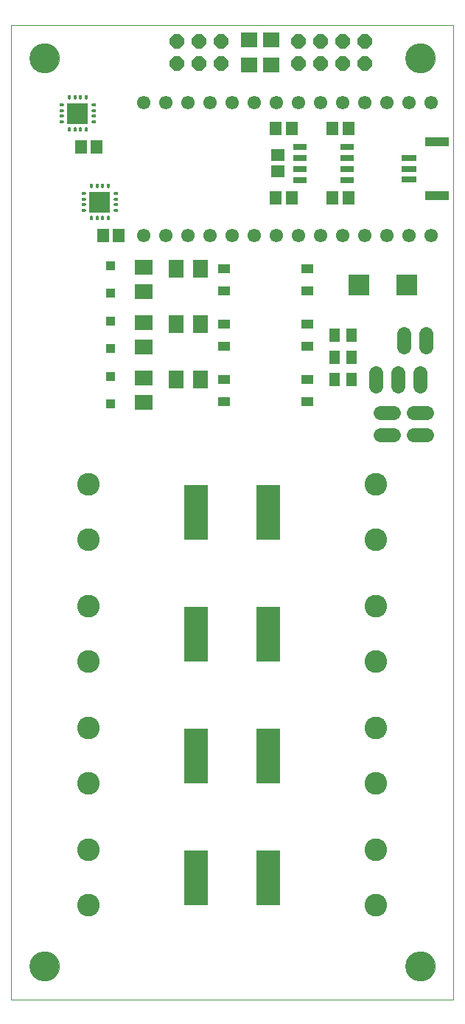
<source format=gts>
G75*
%MOIN*%
%OFA0B0*%
%FSLAX25Y25*%
%IPPOS*%
%LPD*%
%AMOC8*
5,1,8,0,0,1.08239X$1,22.5*
%
%ADD10C,0.00300*%
%ADD11R,0.05518X0.06306*%
%ADD12R,0.11030X0.24809*%
%ADD13C,0.01378*%
%ADD14R,0.01378X0.01476*%
%ADD15R,0.01476X0.01378*%
%ADD16R,0.09449X0.09449*%
%ADD17C,0.10243*%
%ADD18R,0.05518X0.03943*%
%ADD19R,0.04140X0.03943*%
%ADD20R,0.04731X0.05912*%
%ADD21R,0.08274X0.06699*%
%ADD22R,0.06699X0.08274*%
%ADD23R,0.09400X0.09400*%
%ADD24OC8,0.06400*%
%ADD25C,0.06400*%
%ADD26R,0.07498X0.06699*%
%ADD27C,0.06100*%
%ADD28C,0.00000*%
%ADD29C,0.13400*%
%ADD30R,0.06400X0.02800*%
%ADD31R,0.06306X0.05518*%
%ADD32R,0.07093X0.02762*%
%ADD33R,0.11030X0.04337*%
D10*
X0255000Y0285000D02*
X0455000Y0285000D01*
X0455000Y0725000D01*
X0255000Y0725000D01*
X0255000Y0285000D01*
D11*
X0296654Y0630000D03*
X0303346Y0630000D03*
X0293346Y0670000D03*
X0286654Y0670000D03*
X0374385Y0678125D03*
X0381865Y0678125D03*
X0400010Y0678125D03*
X0407490Y0678125D03*
X0407490Y0646875D03*
X0400010Y0646875D03*
X0381865Y0646875D03*
X0374385Y0646875D03*
D12*
X0371339Y0505000D03*
X0338661Y0505000D03*
X0338661Y0450000D03*
X0371339Y0450000D03*
X0371339Y0395000D03*
X0338661Y0395000D03*
X0338661Y0340000D03*
X0371339Y0340000D03*
D13*
X0298839Y0638307D03*
X0296280Y0638307D03*
X0293720Y0638307D03*
X0291161Y0638307D03*
X0288307Y0641161D03*
X0288307Y0643720D03*
X0288307Y0646280D03*
X0288307Y0648839D03*
X0291161Y0651693D03*
X0293720Y0651693D03*
X0296280Y0651693D03*
X0298839Y0651693D03*
X0301693Y0648839D03*
X0301693Y0646280D03*
X0301693Y0643720D03*
X0301693Y0641161D03*
X0288839Y0678307D03*
X0286280Y0678307D03*
X0283720Y0678307D03*
X0281161Y0678307D03*
X0278307Y0681161D03*
X0278307Y0683720D03*
X0278307Y0686280D03*
X0278307Y0688839D03*
X0281161Y0691693D03*
X0283720Y0691693D03*
X0286280Y0691693D03*
X0288839Y0691693D03*
X0291693Y0688839D03*
X0291693Y0686280D03*
X0291693Y0683720D03*
X0291693Y0681161D03*
D14*
X0288839Y0677569D03*
X0286280Y0677569D03*
X0283720Y0677569D03*
X0281161Y0677569D03*
X0281161Y0692431D03*
X0283720Y0692431D03*
X0286280Y0692431D03*
X0288839Y0692431D03*
X0291161Y0652431D03*
X0293720Y0652431D03*
X0296280Y0652431D03*
X0298839Y0652431D03*
X0298839Y0637569D03*
X0296280Y0637569D03*
X0293720Y0637569D03*
X0291161Y0637569D03*
D15*
X0287569Y0641161D03*
X0287569Y0643720D03*
X0287569Y0646280D03*
X0287569Y0648839D03*
X0302431Y0648839D03*
X0302431Y0646280D03*
X0302431Y0643720D03*
X0302431Y0641161D03*
X0292431Y0681161D03*
X0292431Y0683720D03*
X0292431Y0686280D03*
X0292431Y0688839D03*
X0277569Y0688839D03*
X0277569Y0686280D03*
X0277569Y0683720D03*
X0277569Y0681161D03*
D16*
X0285000Y0685000D03*
X0295000Y0645000D03*
D17*
X0290000Y0517500D03*
X0290000Y0492500D03*
X0290000Y0462500D03*
X0290000Y0437500D03*
X0290000Y0407500D03*
X0290000Y0382500D03*
X0290000Y0352500D03*
X0290000Y0327500D03*
X0420000Y0327500D03*
X0420000Y0352500D03*
X0420000Y0382500D03*
X0420000Y0407500D03*
X0420000Y0437500D03*
X0420000Y0462500D03*
X0420000Y0492500D03*
X0420000Y0517500D03*
D18*
X0388701Y0555000D03*
X0388701Y0565000D03*
X0388701Y0580000D03*
X0388701Y0590000D03*
X0388701Y0605000D03*
X0388701Y0615000D03*
X0351299Y0615000D03*
X0351299Y0605000D03*
X0351299Y0590000D03*
X0351299Y0580000D03*
X0351299Y0565000D03*
X0351299Y0555000D03*
D19*
X0300000Y0553799D03*
X0300000Y0566201D03*
X0300000Y0578799D03*
X0300000Y0591201D03*
X0300000Y0603799D03*
X0300000Y0616201D03*
D20*
X0401063Y0585000D03*
X0408937Y0585000D03*
X0408937Y0575000D03*
X0401063Y0575000D03*
X0401063Y0565000D03*
X0408937Y0565000D03*
D21*
X0315000Y0565512D03*
X0315000Y0554488D03*
X0315000Y0579488D03*
X0315000Y0590512D03*
X0315000Y0604488D03*
X0315000Y0615512D03*
D22*
X0329488Y0615000D03*
X0340512Y0615000D03*
X0340512Y0590000D03*
X0329488Y0590000D03*
X0329488Y0565000D03*
X0340512Y0565000D03*
D23*
X0412275Y0607500D03*
X0433975Y0607500D03*
D24*
X0415000Y0707500D03*
X0415000Y0717500D03*
X0405000Y0717500D03*
X0405000Y0707500D03*
X0395000Y0707500D03*
X0395000Y0717500D03*
X0385000Y0717500D03*
X0385000Y0707500D03*
X0350000Y0707500D03*
X0350000Y0717500D03*
X0340000Y0717500D03*
X0340000Y0707500D03*
X0330000Y0707500D03*
X0330000Y0717500D03*
D25*
X0432500Y0585500D02*
X0432500Y0579500D01*
X0430000Y0568000D02*
X0430000Y0562000D01*
X0440000Y0562000D02*
X0440000Y0568000D01*
X0442500Y0579500D02*
X0442500Y0585500D01*
X0420000Y0568000D02*
X0420000Y0562000D01*
X0422000Y0550000D02*
X0428000Y0550000D01*
X0437000Y0550000D02*
X0443000Y0550000D01*
X0443000Y0540000D02*
X0437000Y0540000D01*
X0428000Y0540000D02*
X0422000Y0540000D01*
D26*
X0372500Y0706902D03*
X0362500Y0706902D03*
X0362500Y0718098D03*
X0372500Y0718098D03*
D27*
X0375000Y0690000D03*
X0365000Y0690000D03*
X0355000Y0690000D03*
X0345000Y0690000D03*
X0335000Y0690000D03*
X0325000Y0690000D03*
X0315000Y0690000D03*
X0315000Y0630000D03*
X0325000Y0630000D03*
X0335000Y0630000D03*
X0345000Y0630000D03*
X0355000Y0630000D03*
X0365000Y0630000D03*
X0375000Y0630000D03*
X0385000Y0630000D03*
X0395000Y0630000D03*
X0405000Y0630000D03*
X0415000Y0630000D03*
X0425000Y0630000D03*
X0435000Y0630000D03*
X0445000Y0630000D03*
X0445000Y0690000D03*
X0435000Y0690000D03*
X0425000Y0690000D03*
X0415000Y0690000D03*
X0405000Y0690000D03*
X0395000Y0690000D03*
X0385000Y0690000D03*
D28*
X0433500Y0710000D02*
X0433502Y0710161D01*
X0433508Y0710321D01*
X0433518Y0710482D01*
X0433532Y0710642D01*
X0433550Y0710802D01*
X0433571Y0710961D01*
X0433597Y0711120D01*
X0433627Y0711278D01*
X0433660Y0711435D01*
X0433698Y0711592D01*
X0433739Y0711747D01*
X0433784Y0711901D01*
X0433833Y0712054D01*
X0433886Y0712206D01*
X0433942Y0712357D01*
X0434003Y0712506D01*
X0434066Y0712654D01*
X0434134Y0712800D01*
X0434205Y0712944D01*
X0434279Y0713086D01*
X0434357Y0713227D01*
X0434439Y0713365D01*
X0434524Y0713502D01*
X0434612Y0713636D01*
X0434704Y0713768D01*
X0434799Y0713898D01*
X0434897Y0714026D01*
X0434998Y0714151D01*
X0435102Y0714273D01*
X0435209Y0714393D01*
X0435319Y0714510D01*
X0435432Y0714625D01*
X0435548Y0714736D01*
X0435667Y0714845D01*
X0435788Y0714950D01*
X0435912Y0715053D01*
X0436038Y0715153D01*
X0436166Y0715249D01*
X0436297Y0715342D01*
X0436431Y0715432D01*
X0436566Y0715519D01*
X0436704Y0715602D01*
X0436843Y0715682D01*
X0436985Y0715758D01*
X0437128Y0715831D01*
X0437273Y0715900D01*
X0437420Y0715966D01*
X0437568Y0716028D01*
X0437718Y0716086D01*
X0437869Y0716141D01*
X0438022Y0716192D01*
X0438176Y0716239D01*
X0438331Y0716282D01*
X0438487Y0716321D01*
X0438643Y0716357D01*
X0438801Y0716388D01*
X0438959Y0716416D01*
X0439118Y0716440D01*
X0439278Y0716460D01*
X0439438Y0716476D01*
X0439598Y0716488D01*
X0439759Y0716496D01*
X0439920Y0716500D01*
X0440080Y0716500D01*
X0440241Y0716496D01*
X0440402Y0716488D01*
X0440562Y0716476D01*
X0440722Y0716460D01*
X0440882Y0716440D01*
X0441041Y0716416D01*
X0441199Y0716388D01*
X0441357Y0716357D01*
X0441513Y0716321D01*
X0441669Y0716282D01*
X0441824Y0716239D01*
X0441978Y0716192D01*
X0442131Y0716141D01*
X0442282Y0716086D01*
X0442432Y0716028D01*
X0442580Y0715966D01*
X0442727Y0715900D01*
X0442872Y0715831D01*
X0443015Y0715758D01*
X0443157Y0715682D01*
X0443296Y0715602D01*
X0443434Y0715519D01*
X0443569Y0715432D01*
X0443703Y0715342D01*
X0443834Y0715249D01*
X0443962Y0715153D01*
X0444088Y0715053D01*
X0444212Y0714950D01*
X0444333Y0714845D01*
X0444452Y0714736D01*
X0444568Y0714625D01*
X0444681Y0714510D01*
X0444791Y0714393D01*
X0444898Y0714273D01*
X0445002Y0714151D01*
X0445103Y0714026D01*
X0445201Y0713898D01*
X0445296Y0713768D01*
X0445388Y0713636D01*
X0445476Y0713502D01*
X0445561Y0713365D01*
X0445643Y0713227D01*
X0445721Y0713086D01*
X0445795Y0712944D01*
X0445866Y0712800D01*
X0445934Y0712654D01*
X0445997Y0712506D01*
X0446058Y0712357D01*
X0446114Y0712206D01*
X0446167Y0712054D01*
X0446216Y0711901D01*
X0446261Y0711747D01*
X0446302Y0711592D01*
X0446340Y0711435D01*
X0446373Y0711278D01*
X0446403Y0711120D01*
X0446429Y0710961D01*
X0446450Y0710802D01*
X0446468Y0710642D01*
X0446482Y0710482D01*
X0446492Y0710321D01*
X0446498Y0710161D01*
X0446500Y0710000D01*
X0446498Y0709839D01*
X0446492Y0709679D01*
X0446482Y0709518D01*
X0446468Y0709358D01*
X0446450Y0709198D01*
X0446429Y0709039D01*
X0446403Y0708880D01*
X0446373Y0708722D01*
X0446340Y0708565D01*
X0446302Y0708408D01*
X0446261Y0708253D01*
X0446216Y0708099D01*
X0446167Y0707946D01*
X0446114Y0707794D01*
X0446058Y0707643D01*
X0445997Y0707494D01*
X0445934Y0707346D01*
X0445866Y0707200D01*
X0445795Y0707056D01*
X0445721Y0706914D01*
X0445643Y0706773D01*
X0445561Y0706635D01*
X0445476Y0706498D01*
X0445388Y0706364D01*
X0445296Y0706232D01*
X0445201Y0706102D01*
X0445103Y0705974D01*
X0445002Y0705849D01*
X0444898Y0705727D01*
X0444791Y0705607D01*
X0444681Y0705490D01*
X0444568Y0705375D01*
X0444452Y0705264D01*
X0444333Y0705155D01*
X0444212Y0705050D01*
X0444088Y0704947D01*
X0443962Y0704847D01*
X0443834Y0704751D01*
X0443703Y0704658D01*
X0443569Y0704568D01*
X0443434Y0704481D01*
X0443296Y0704398D01*
X0443157Y0704318D01*
X0443015Y0704242D01*
X0442872Y0704169D01*
X0442727Y0704100D01*
X0442580Y0704034D01*
X0442432Y0703972D01*
X0442282Y0703914D01*
X0442131Y0703859D01*
X0441978Y0703808D01*
X0441824Y0703761D01*
X0441669Y0703718D01*
X0441513Y0703679D01*
X0441357Y0703643D01*
X0441199Y0703612D01*
X0441041Y0703584D01*
X0440882Y0703560D01*
X0440722Y0703540D01*
X0440562Y0703524D01*
X0440402Y0703512D01*
X0440241Y0703504D01*
X0440080Y0703500D01*
X0439920Y0703500D01*
X0439759Y0703504D01*
X0439598Y0703512D01*
X0439438Y0703524D01*
X0439278Y0703540D01*
X0439118Y0703560D01*
X0438959Y0703584D01*
X0438801Y0703612D01*
X0438643Y0703643D01*
X0438487Y0703679D01*
X0438331Y0703718D01*
X0438176Y0703761D01*
X0438022Y0703808D01*
X0437869Y0703859D01*
X0437718Y0703914D01*
X0437568Y0703972D01*
X0437420Y0704034D01*
X0437273Y0704100D01*
X0437128Y0704169D01*
X0436985Y0704242D01*
X0436843Y0704318D01*
X0436704Y0704398D01*
X0436566Y0704481D01*
X0436431Y0704568D01*
X0436297Y0704658D01*
X0436166Y0704751D01*
X0436038Y0704847D01*
X0435912Y0704947D01*
X0435788Y0705050D01*
X0435667Y0705155D01*
X0435548Y0705264D01*
X0435432Y0705375D01*
X0435319Y0705490D01*
X0435209Y0705607D01*
X0435102Y0705727D01*
X0434998Y0705849D01*
X0434897Y0705974D01*
X0434799Y0706102D01*
X0434704Y0706232D01*
X0434612Y0706364D01*
X0434524Y0706498D01*
X0434439Y0706635D01*
X0434357Y0706773D01*
X0434279Y0706914D01*
X0434205Y0707056D01*
X0434134Y0707200D01*
X0434066Y0707346D01*
X0434003Y0707494D01*
X0433942Y0707643D01*
X0433886Y0707794D01*
X0433833Y0707946D01*
X0433784Y0708099D01*
X0433739Y0708253D01*
X0433698Y0708408D01*
X0433660Y0708565D01*
X0433627Y0708722D01*
X0433597Y0708880D01*
X0433571Y0709039D01*
X0433550Y0709198D01*
X0433532Y0709358D01*
X0433518Y0709518D01*
X0433508Y0709679D01*
X0433502Y0709839D01*
X0433500Y0710000D01*
X0263500Y0710000D02*
X0263502Y0710161D01*
X0263508Y0710321D01*
X0263518Y0710482D01*
X0263532Y0710642D01*
X0263550Y0710802D01*
X0263571Y0710961D01*
X0263597Y0711120D01*
X0263627Y0711278D01*
X0263660Y0711435D01*
X0263698Y0711592D01*
X0263739Y0711747D01*
X0263784Y0711901D01*
X0263833Y0712054D01*
X0263886Y0712206D01*
X0263942Y0712357D01*
X0264003Y0712506D01*
X0264066Y0712654D01*
X0264134Y0712800D01*
X0264205Y0712944D01*
X0264279Y0713086D01*
X0264357Y0713227D01*
X0264439Y0713365D01*
X0264524Y0713502D01*
X0264612Y0713636D01*
X0264704Y0713768D01*
X0264799Y0713898D01*
X0264897Y0714026D01*
X0264998Y0714151D01*
X0265102Y0714273D01*
X0265209Y0714393D01*
X0265319Y0714510D01*
X0265432Y0714625D01*
X0265548Y0714736D01*
X0265667Y0714845D01*
X0265788Y0714950D01*
X0265912Y0715053D01*
X0266038Y0715153D01*
X0266166Y0715249D01*
X0266297Y0715342D01*
X0266431Y0715432D01*
X0266566Y0715519D01*
X0266704Y0715602D01*
X0266843Y0715682D01*
X0266985Y0715758D01*
X0267128Y0715831D01*
X0267273Y0715900D01*
X0267420Y0715966D01*
X0267568Y0716028D01*
X0267718Y0716086D01*
X0267869Y0716141D01*
X0268022Y0716192D01*
X0268176Y0716239D01*
X0268331Y0716282D01*
X0268487Y0716321D01*
X0268643Y0716357D01*
X0268801Y0716388D01*
X0268959Y0716416D01*
X0269118Y0716440D01*
X0269278Y0716460D01*
X0269438Y0716476D01*
X0269598Y0716488D01*
X0269759Y0716496D01*
X0269920Y0716500D01*
X0270080Y0716500D01*
X0270241Y0716496D01*
X0270402Y0716488D01*
X0270562Y0716476D01*
X0270722Y0716460D01*
X0270882Y0716440D01*
X0271041Y0716416D01*
X0271199Y0716388D01*
X0271357Y0716357D01*
X0271513Y0716321D01*
X0271669Y0716282D01*
X0271824Y0716239D01*
X0271978Y0716192D01*
X0272131Y0716141D01*
X0272282Y0716086D01*
X0272432Y0716028D01*
X0272580Y0715966D01*
X0272727Y0715900D01*
X0272872Y0715831D01*
X0273015Y0715758D01*
X0273157Y0715682D01*
X0273296Y0715602D01*
X0273434Y0715519D01*
X0273569Y0715432D01*
X0273703Y0715342D01*
X0273834Y0715249D01*
X0273962Y0715153D01*
X0274088Y0715053D01*
X0274212Y0714950D01*
X0274333Y0714845D01*
X0274452Y0714736D01*
X0274568Y0714625D01*
X0274681Y0714510D01*
X0274791Y0714393D01*
X0274898Y0714273D01*
X0275002Y0714151D01*
X0275103Y0714026D01*
X0275201Y0713898D01*
X0275296Y0713768D01*
X0275388Y0713636D01*
X0275476Y0713502D01*
X0275561Y0713365D01*
X0275643Y0713227D01*
X0275721Y0713086D01*
X0275795Y0712944D01*
X0275866Y0712800D01*
X0275934Y0712654D01*
X0275997Y0712506D01*
X0276058Y0712357D01*
X0276114Y0712206D01*
X0276167Y0712054D01*
X0276216Y0711901D01*
X0276261Y0711747D01*
X0276302Y0711592D01*
X0276340Y0711435D01*
X0276373Y0711278D01*
X0276403Y0711120D01*
X0276429Y0710961D01*
X0276450Y0710802D01*
X0276468Y0710642D01*
X0276482Y0710482D01*
X0276492Y0710321D01*
X0276498Y0710161D01*
X0276500Y0710000D01*
X0276498Y0709839D01*
X0276492Y0709679D01*
X0276482Y0709518D01*
X0276468Y0709358D01*
X0276450Y0709198D01*
X0276429Y0709039D01*
X0276403Y0708880D01*
X0276373Y0708722D01*
X0276340Y0708565D01*
X0276302Y0708408D01*
X0276261Y0708253D01*
X0276216Y0708099D01*
X0276167Y0707946D01*
X0276114Y0707794D01*
X0276058Y0707643D01*
X0275997Y0707494D01*
X0275934Y0707346D01*
X0275866Y0707200D01*
X0275795Y0707056D01*
X0275721Y0706914D01*
X0275643Y0706773D01*
X0275561Y0706635D01*
X0275476Y0706498D01*
X0275388Y0706364D01*
X0275296Y0706232D01*
X0275201Y0706102D01*
X0275103Y0705974D01*
X0275002Y0705849D01*
X0274898Y0705727D01*
X0274791Y0705607D01*
X0274681Y0705490D01*
X0274568Y0705375D01*
X0274452Y0705264D01*
X0274333Y0705155D01*
X0274212Y0705050D01*
X0274088Y0704947D01*
X0273962Y0704847D01*
X0273834Y0704751D01*
X0273703Y0704658D01*
X0273569Y0704568D01*
X0273434Y0704481D01*
X0273296Y0704398D01*
X0273157Y0704318D01*
X0273015Y0704242D01*
X0272872Y0704169D01*
X0272727Y0704100D01*
X0272580Y0704034D01*
X0272432Y0703972D01*
X0272282Y0703914D01*
X0272131Y0703859D01*
X0271978Y0703808D01*
X0271824Y0703761D01*
X0271669Y0703718D01*
X0271513Y0703679D01*
X0271357Y0703643D01*
X0271199Y0703612D01*
X0271041Y0703584D01*
X0270882Y0703560D01*
X0270722Y0703540D01*
X0270562Y0703524D01*
X0270402Y0703512D01*
X0270241Y0703504D01*
X0270080Y0703500D01*
X0269920Y0703500D01*
X0269759Y0703504D01*
X0269598Y0703512D01*
X0269438Y0703524D01*
X0269278Y0703540D01*
X0269118Y0703560D01*
X0268959Y0703584D01*
X0268801Y0703612D01*
X0268643Y0703643D01*
X0268487Y0703679D01*
X0268331Y0703718D01*
X0268176Y0703761D01*
X0268022Y0703808D01*
X0267869Y0703859D01*
X0267718Y0703914D01*
X0267568Y0703972D01*
X0267420Y0704034D01*
X0267273Y0704100D01*
X0267128Y0704169D01*
X0266985Y0704242D01*
X0266843Y0704318D01*
X0266704Y0704398D01*
X0266566Y0704481D01*
X0266431Y0704568D01*
X0266297Y0704658D01*
X0266166Y0704751D01*
X0266038Y0704847D01*
X0265912Y0704947D01*
X0265788Y0705050D01*
X0265667Y0705155D01*
X0265548Y0705264D01*
X0265432Y0705375D01*
X0265319Y0705490D01*
X0265209Y0705607D01*
X0265102Y0705727D01*
X0264998Y0705849D01*
X0264897Y0705974D01*
X0264799Y0706102D01*
X0264704Y0706232D01*
X0264612Y0706364D01*
X0264524Y0706498D01*
X0264439Y0706635D01*
X0264357Y0706773D01*
X0264279Y0706914D01*
X0264205Y0707056D01*
X0264134Y0707200D01*
X0264066Y0707346D01*
X0264003Y0707494D01*
X0263942Y0707643D01*
X0263886Y0707794D01*
X0263833Y0707946D01*
X0263784Y0708099D01*
X0263739Y0708253D01*
X0263698Y0708408D01*
X0263660Y0708565D01*
X0263627Y0708722D01*
X0263597Y0708880D01*
X0263571Y0709039D01*
X0263550Y0709198D01*
X0263532Y0709358D01*
X0263518Y0709518D01*
X0263508Y0709679D01*
X0263502Y0709839D01*
X0263500Y0710000D01*
X0263500Y0300000D02*
X0263502Y0300161D01*
X0263508Y0300321D01*
X0263518Y0300482D01*
X0263532Y0300642D01*
X0263550Y0300802D01*
X0263571Y0300961D01*
X0263597Y0301120D01*
X0263627Y0301278D01*
X0263660Y0301435D01*
X0263698Y0301592D01*
X0263739Y0301747D01*
X0263784Y0301901D01*
X0263833Y0302054D01*
X0263886Y0302206D01*
X0263942Y0302357D01*
X0264003Y0302506D01*
X0264066Y0302654D01*
X0264134Y0302800D01*
X0264205Y0302944D01*
X0264279Y0303086D01*
X0264357Y0303227D01*
X0264439Y0303365D01*
X0264524Y0303502D01*
X0264612Y0303636D01*
X0264704Y0303768D01*
X0264799Y0303898D01*
X0264897Y0304026D01*
X0264998Y0304151D01*
X0265102Y0304273D01*
X0265209Y0304393D01*
X0265319Y0304510D01*
X0265432Y0304625D01*
X0265548Y0304736D01*
X0265667Y0304845D01*
X0265788Y0304950D01*
X0265912Y0305053D01*
X0266038Y0305153D01*
X0266166Y0305249D01*
X0266297Y0305342D01*
X0266431Y0305432D01*
X0266566Y0305519D01*
X0266704Y0305602D01*
X0266843Y0305682D01*
X0266985Y0305758D01*
X0267128Y0305831D01*
X0267273Y0305900D01*
X0267420Y0305966D01*
X0267568Y0306028D01*
X0267718Y0306086D01*
X0267869Y0306141D01*
X0268022Y0306192D01*
X0268176Y0306239D01*
X0268331Y0306282D01*
X0268487Y0306321D01*
X0268643Y0306357D01*
X0268801Y0306388D01*
X0268959Y0306416D01*
X0269118Y0306440D01*
X0269278Y0306460D01*
X0269438Y0306476D01*
X0269598Y0306488D01*
X0269759Y0306496D01*
X0269920Y0306500D01*
X0270080Y0306500D01*
X0270241Y0306496D01*
X0270402Y0306488D01*
X0270562Y0306476D01*
X0270722Y0306460D01*
X0270882Y0306440D01*
X0271041Y0306416D01*
X0271199Y0306388D01*
X0271357Y0306357D01*
X0271513Y0306321D01*
X0271669Y0306282D01*
X0271824Y0306239D01*
X0271978Y0306192D01*
X0272131Y0306141D01*
X0272282Y0306086D01*
X0272432Y0306028D01*
X0272580Y0305966D01*
X0272727Y0305900D01*
X0272872Y0305831D01*
X0273015Y0305758D01*
X0273157Y0305682D01*
X0273296Y0305602D01*
X0273434Y0305519D01*
X0273569Y0305432D01*
X0273703Y0305342D01*
X0273834Y0305249D01*
X0273962Y0305153D01*
X0274088Y0305053D01*
X0274212Y0304950D01*
X0274333Y0304845D01*
X0274452Y0304736D01*
X0274568Y0304625D01*
X0274681Y0304510D01*
X0274791Y0304393D01*
X0274898Y0304273D01*
X0275002Y0304151D01*
X0275103Y0304026D01*
X0275201Y0303898D01*
X0275296Y0303768D01*
X0275388Y0303636D01*
X0275476Y0303502D01*
X0275561Y0303365D01*
X0275643Y0303227D01*
X0275721Y0303086D01*
X0275795Y0302944D01*
X0275866Y0302800D01*
X0275934Y0302654D01*
X0275997Y0302506D01*
X0276058Y0302357D01*
X0276114Y0302206D01*
X0276167Y0302054D01*
X0276216Y0301901D01*
X0276261Y0301747D01*
X0276302Y0301592D01*
X0276340Y0301435D01*
X0276373Y0301278D01*
X0276403Y0301120D01*
X0276429Y0300961D01*
X0276450Y0300802D01*
X0276468Y0300642D01*
X0276482Y0300482D01*
X0276492Y0300321D01*
X0276498Y0300161D01*
X0276500Y0300000D01*
X0276498Y0299839D01*
X0276492Y0299679D01*
X0276482Y0299518D01*
X0276468Y0299358D01*
X0276450Y0299198D01*
X0276429Y0299039D01*
X0276403Y0298880D01*
X0276373Y0298722D01*
X0276340Y0298565D01*
X0276302Y0298408D01*
X0276261Y0298253D01*
X0276216Y0298099D01*
X0276167Y0297946D01*
X0276114Y0297794D01*
X0276058Y0297643D01*
X0275997Y0297494D01*
X0275934Y0297346D01*
X0275866Y0297200D01*
X0275795Y0297056D01*
X0275721Y0296914D01*
X0275643Y0296773D01*
X0275561Y0296635D01*
X0275476Y0296498D01*
X0275388Y0296364D01*
X0275296Y0296232D01*
X0275201Y0296102D01*
X0275103Y0295974D01*
X0275002Y0295849D01*
X0274898Y0295727D01*
X0274791Y0295607D01*
X0274681Y0295490D01*
X0274568Y0295375D01*
X0274452Y0295264D01*
X0274333Y0295155D01*
X0274212Y0295050D01*
X0274088Y0294947D01*
X0273962Y0294847D01*
X0273834Y0294751D01*
X0273703Y0294658D01*
X0273569Y0294568D01*
X0273434Y0294481D01*
X0273296Y0294398D01*
X0273157Y0294318D01*
X0273015Y0294242D01*
X0272872Y0294169D01*
X0272727Y0294100D01*
X0272580Y0294034D01*
X0272432Y0293972D01*
X0272282Y0293914D01*
X0272131Y0293859D01*
X0271978Y0293808D01*
X0271824Y0293761D01*
X0271669Y0293718D01*
X0271513Y0293679D01*
X0271357Y0293643D01*
X0271199Y0293612D01*
X0271041Y0293584D01*
X0270882Y0293560D01*
X0270722Y0293540D01*
X0270562Y0293524D01*
X0270402Y0293512D01*
X0270241Y0293504D01*
X0270080Y0293500D01*
X0269920Y0293500D01*
X0269759Y0293504D01*
X0269598Y0293512D01*
X0269438Y0293524D01*
X0269278Y0293540D01*
X0269118Y0293560D01*
X0268959Y0293584D01*
X0268801Y0293612D01*
X0268643Y0293643D01*
X0268487Y0293679D01*
X0268331Y0293718D01*
X0268176Y0293761D01*
X0268022Y0293808D01*
X0267869Y0293859D01*
X0267718Y0293914D01*
X0267568Y0293972D01*
X0267420Y0294034D01*
X0267273Y0294100D01*
X0267128Y0294169D01*
X0266985Y0294242D01*
X0266843Y0294318D01*
X0266704Y0294398D01*
X0266566Y0294481D01*
X0266431Y0294568D01*
X0266297Y0294658D01*
X0266166Y0294751D01*
X0266038Y0294847D01*
X0265912Y0294947D01*
X0265788Y0295050D01*
X0265667Y0295155D01*
X0265548Y0295264D01*
X0265432Y0295375D01*
X0265319Y0295490D01*
X0265209Y0295607D01*
X0265102Y0295727D01*
X0264998Y0295849D01*
X0264897Y0295974D01*
X0264799Y0296102D01*
X0264704Y0296232D01*
X0264612Y0296364D01*
X0264524Y0296498D01*
X0264439Y0296635D01*
X0264357Y0296773D01*
X0264279Y0296914D01*
X0264205Y0297056D01*
X0264134Y0297200D01*
X0264066Y0297346D01*
X0264003Y0297494D01*
X0263942Y0297643D01*
X0263886Y0297794D01*
X0263833Y0297946D01*
X0263784Y0298099D01*
X0263739Y0298253D01*
X0263698Y0298408D01*
X0263660Y0298565D01*
X0263627Y0298722D01*
X0263597Y0298880D01*
X0263571Y0299039D01*
X0263550Y0299198D01*
X0263532Y0299358D01*
X0263518Y0299518D01*
X0263508Y0299679D01*
X0263502Y0299839D01*
X0263500Y0300000D01*
X0433500Y0300000D02*
X0433502Y0300161D01*
X0433508Y0300321D01*
X0433518Y0300482D01*
X0433532Y0300642D01*
X0433550Y0300802D01*
X0433571Y0300961D01*
X0433597Y0301120D01*
X0433627Y0301278D01*
X0433660Y0301435D01*
X0433698Y0301592D01*
X0433739Y0301747D01*
X0433784Y0301901D01*
X0433833Y0302054D01*
X0433886Y0302206D01*
X0433942Y0302357D01*
X0434003Y0302506D01*
X0434066Y0302654D01*
X0434134Y0302800D01*
X0434205Y0302944D01*
X0434279Y0303086D01*
X0434357Y0303227D01*
X0434439Y0303365D01*
X0434524Y0303502D01*
X0434612Y0303636D01*
X0434704Y0303768D01*
X0434799Y0303898D01*
X0434897Y0304026D01*
X0434998Y0304151D01*
X0435102Y0304273D01*
X0435209Y0304393D01*
X0435319Y0304510D01*
X0435432Y0304625D01*
X0435548Y0304736D01*
X0435667Y0304845D01*
X0435788Y0304950D01*
X0435912Y0305053D01*
X0436038Y0305153D01*
X0436166Y0305249D01*
X0436297Y0305342D01*
X0436431Y0305432D01*
X0436566Y0305519D01*
X0436704Y0305602D01*
X0436843Y0305682D01*
X0436985Y0305758D01*
X0437128Y0305831D01*
X0437273Y0305900D01*
X0437420Y0305966D01*
X0437568Y0306028D01*
X0437718Y0306086D01*
X0437869Y0306141D01*
X0438022Y0306192D01*
X0438176Y0306239D01*
X0438331Y0306282D01*
X0438487Y0306321D01*
X0438643Y0306357D01*
X0438801Y0306388D01*
X0438959Y0306416D01*
X0439118Y0306440D01*
X0439278Y0306460D01*
X0439438Y0306476D01*
X0439598Y0306488D01*
X0439759Y0306496D01*
X0439920Y0306500D01*
X0440080Y0306500D01*
X0440241Y0306496D01*
X0440402Y0306488D01*
X0440562Y0306476D01*
X0440722Y0306460D01*
X0440882Y0306440D01*
X0441041Y0306416D01*
X0441199Y0306388D01*
X0441357Y0306357D01*
X0441513Y0306321D01*
X0441669Y0306282D01*
X0441824Y0306239D01*
X0441978Y0306192D01*
X0442131Y0306141D01*
X0442282Y0306086D01*
X0442432Y0306028D01*
X0442580Y0305966D01*
X0442727Y0305900D01*
X0442872Y0305831D01*
X0443015Y0305758D01*
X0443157Y0305682D01*
X0443296Y0305602D01*
X0443434Y0305519D01*
X0443569Y0305432D01*
X0443703Y0305342D01*
X0443834Y0305249D01*
X0443962Y0305153D01*
X0444088Y0305053D01*
X0444212Y0304950D01*
X0444333Y0304845D01*
X0444452Y0304736D01*
X0444568Y0304625D01*
X0444681Y0304510D01*
X0444791Y0304393D01*
X0444898Y0304273D01*
X0445002Y0304151D01*
X0445103Y0304026D01*
X0445201Y0303898D01*
X0445296Y0303768D01*
X0445388Y0303636D01*
X0445476Y0303502D01*
X0445561Y0303365D01*
X0445643Y0303227D01*
X0445721Y0303086D01*
X0445795Y0302944D01*
X0445866Y0302800D01*
X0445934Y0302654D01*
X0445997Y0302506D01*
X0446058Y0302357D01*
X0446114Y0302206D01*
X0446167Y0302054D01*
X0446216Y0301901D01*
X0446261Y0301747D01*
X0446302Y0301592D01*
X0446340Y0301435D01*
X0446373Y0301278D01*
X0446403Y0301120D01*
X0446429Y0300961D01*
X0446450Y0300802D01*
X0446468Y0300642D01*
X0446482Y0300482D01*
X0446492Y0300321D01*
X0446498Y0300161D01*
X0446500Y0300000D01*
X0446498Y0299839D01*
X0446492Y0299679D01*
X0446482Y0299518D01*
X0446468Y0299358D01*
X0446450Y0299198D01*
X0446429Y0299039D01*
X0446403Y0298880D01*
X0446373Y0298722D01*
X0446340Y0298565D01*
X0446302Y0298408D01*
X0446261Y0298253D01*
X0446216Y0298099D01*
X0446167Y0297946D01*
X0446114Y0297794D01*
X0446058Y0297643D01*
X0445997Y0297494D01*
X0445934Y0297346D01*
X0445866Y0297200D01*
X0445795Y0297056D01*
X0445721Y0296914D01*
X0445643Y0296773D01*
X0445561Y0296635D01*
X0445476Y0296498D01*
X0445388Y0296364D01*
X0445296Y0296232D01*
X0445201Y0296102D01*
X0445103Y0295974D01*
X0445002Y0295849D01*
X0444898Y0295727D01*
X0444791Y0295607D01*
X0444681Y0295490D01*
X0444568Y0295375D01*
X0444452Y0295264D01*
X0444333Y0295155D01*
X0444212Y0295050D01*
X0444088Y0294947D01*
X0443962Y0294847D01*
X0443834Y0294751D01*
X0443703Y0294658D01*
X0443569Y0294568D01*
X0443434Y0294481D01*
X0443296Y0294398D01*
X0443157Y0294318D01*
X0443015Y0294242D01*
X0442872Y0294169D01*
X0442727Y0294100D01*
X0442580Y0294034D01*
X0442432Y0293972D01*
X0442282Y0293914D01*
X0442131Y0293859D01*
X0441978Y0293808D01*
X0441824Y0293761D01*
X0441669Y0293718D01*
X0441513Y0293679D01*
X0441357Y0293643D01*
X0441199Y0293612D01*
X0441041Y0293584D01*
X0440882Y0293560D01*
X0440722Y0293540D01*
X0440562Y0293524D01*
X0440402Y0293512D01*
X0440241Y0293504D01*
X0440080Y0293500D01*
X0439920Y0293500D01*
X0439759Y0293504D01*
X0439598Y0293512D01*
X0439438Y0293524D01*
X0439278Y0293540D01*
X0439118Y0293560D01*
X0438959Y0293584D01*
X0438801Y0293612D01*
X0438643Y0293643D01*
X0438487Y0293679D01*
X0438331Y0293718D01*
X0438176Y0293761D01*
X0438022Y0293808D01*
X0437869Y0293859D01*
X0437718Y0293914D01*
X0437568Y0293972D01*
X0437420Y0294034D01*
X0437273Y0294100D01*
X0437128Y0294169D01*
X0436985Y0294242D01*
X0436843Y0294318D01*
X0436704Y0294398D01*
X0436566Y0294481D01*
X0436431Y0294568D01*
X0436297Y0294658D01*
X0436166Y0294751D01*
X0436038Y0294847D01*
X0435912Y0294947D01*
X0435788Y0295050D01*
X0435667Y0295155D01*
X0435548Y0295264D01*
X0435432Y0295375D01*
X0435319Y0295490D01*
X0435209Y0295607D01*
X0435102Y0295727D01*
X0434998Y0295849D01*
X0434897Y0295974D01*
X0434799Y0296102D01*
X0434704Y0296232D01*
X0434612Y0296364D01*
X0434524Y0296498D01*
X0434439Y0296635D01*
X0434357Y0296773D01*
X0434279Y0296914D01*
X0434205Y0297056D01*
X0434134Y0297200D01*
X0434066Y0297346D01*
X0434003Y0297494D01*
X0433942Y0297643D01*
X0433886Y0297794D01*
X0433833Y0297946D01*
X0433784Y0298099D01*
X0433739Y0298253D01*
X0433698Y0298408D01*
X0433660Y0298565D01*
X0433627Y0298722D01*
X0433597Y0298880D01*
X0433571Y0299039D01*
X0433550Y0299198D01*
X0433532Y0299358D01*
X0433518Y0299518D01*
X0433508Y0299679D01*
X0433502Y0299839D01*
X0433500Y0300000D01*
D29*
X0440000Y0300000D03*
X0270000Y0300000D03*
X0270000Y0710000D03*
X0440000Y0710000D03*
D30*
X0406850Y0670000D03*
X0406850Y0665000D03*
X0406850Y0660000D03*
X0406850Y0655000D03*
X0385650Y0655000D03*
X0385650Y0660000D03*
X0385650Y0665000D03*
X0385650Y0670000D03*
D31*
X0375625Y0666240D03*
X0375625Y0658760D03*
D32*
X0434779Y0660000D03*
X0434779Y0655079D03*
X0434779Y0664921D03*
D33*
X0447377Y0672205D03*
X0447377Y0647795D03*
M02*

</source>
